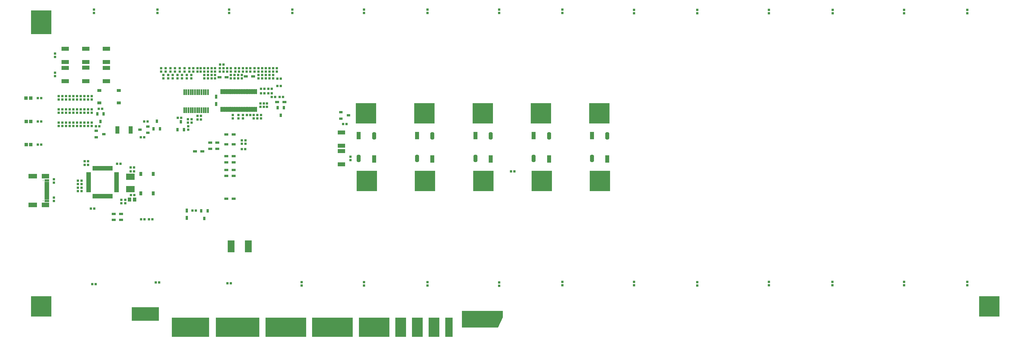
<source format=gbs>
G04*
G04 #@! TF.GenerationSoftware,Altium Limited,Altium Designer,18.1.7 (191)*
G04*
G04 Layer_Color=16711935*
%FSLAX44Y44*%
%MOMM*%
G71*
G01*
G75*
%ADD22R,12.2000X5.8000*%
%ADD25R,9.2000X5.8000*%
%ADD26R,3.2000X5.8000*%
%ADD28R,2.2000X5.8000*%
%ADD29R,8.1000X4.1000*%
%ADD31R,1.0032X1.0032*%
%ADD32R,1.3532X0.8032*%
%ADD33R,1.3532X0.5032*%
%ADD34R,0.9032X4.0032*%
%ADD35R,0.9032X2.8032*%
%ADD36R,0.9032X4.8032*%
%ADD37C,0.2032*%
%ADD38R,2.2032X1.4032*%
%ADD39R,2.5032X1.4032*%
%ADD40R,6.2032X6.2032*%
%ADD41R,6.2032X7.2032*%
%ADD213R,3.2000X5.8000*%
%ADD214R,13.1000X5.8000*%
%ADD215R,11.3000X5.8000*%
%ADD216R,0.8032X0.8032*%
%ADD217R,1.3032X0.9032*%
%ADD218R,0.8032X0.8032*%
%ADD219R,0.6532X1.2032*%
%ADD220R,2.6032X1.9032*%
%ADD221R,1.0032X0.7532*%
%ADD222R,1.4032X0.5032*%
%ADD223R,0.5032X1.4032*%
%ADD224R,0.5032X1.6532*%
%ADD225R,0.7532X1.0032*%
%ADD226R,0.9032X1.3032*%
%ADD227R,2.0032X3.6032*%
G04:AMPARAMS|DCode=228|XSize=2.2032mm|YSize=1.2032mm|CornerRadius=0mm|HoleSize=0mm|Usage=FLASHONLY|Rotation=270.000|XOffset=0mm|YOffset=0mm|HoleType=Round|Shape=Octagon|*
%AMOCTAGOND228*
4,1,8,-0.3008,-1.1016,0.3008,-1.1016,0.6016,-0.8008,0.6016,0.8008,0.3008,1.1016,-0.3008,1.1016,-0.6016,0.8008,-0.6016,-0.8008,-0.3008,-1.1016,0.0*
%
%ADD228OCTAGOND228*%

%ADD229R,1.2032X2.2032*%
%ADD230R,1.1332X1.1832*%
%ADD231R,1.2032X0.6532*%
%ADD232R,1.3032X2.2032*%
%ADD233R,2.2032X1.3032*%
%ADD234O,0.5532X1.5532*%
G36*
X1981000Y919000D02*
X1859000D01*
Y869000D01*
X1967000D01*
X1981000Y899000D01*
Y919000D01*
D02*
G37*
D22*
X1330000Y870000D02*
D03*
X1470000D02*
D03*
D25*
X1595000D02*
D03*
D26*
X1725000D02*
D03*
X1775000D02*
D03*
D28*
X1820000D02*
D03*
D29*
X908500Y909500D02*
D03*
D31*
X550826Y1558000D02*
D03*
X564826D02*
D03*
X551000Y1488000D02*
D03*
X565000D02*
D03*
X551000Y1418000D02*
D03*
X565000D02*
D03*
D32*
X612970Y1311000D02*
D03*
X613000Y1303500D02*
D03*
X612970Y1256500D02*
D03*
Y1249000D02*
D03*
D33*
Y1297500D02*
D03*
Y1292500D02*
D03*
Y1287500D02*
D03*
X613000Y1282500D02*
D03*
X612970Y1277500D02*
D03*
Y1272500D02*
D03*
Y1267500D02*
D03*
Y1262500D02*
D03*
D34*
X1215000Y878500D02*
D03*
X1245000D02*
D03*
X1235000D02*
D03*
X1225000D02*
D03*
X1355000Y878500D02*
D03*
X1345000D02*
D03*
X1495000D02*
D03*
X1515000D02*
D03*
X1485000D02*
D03*
X1505000D02*
D03*
X1615000D02*
D03*
X1625000D02*
D03*
X1675000Y878500D02*
D03*
X1665000D02*
D03*
X1735000D02*
D03*
X1715000D02*
D03*
X1725000D02*
D03*
X1765000D02*
D03*
X1775000D02*
D03*
X1785000D02*
D03*
X1685000D02*
D03*
X1605000Y878500D02*
D03*
X1585000D02*
D03*
X1565000D02*
D03*
X1525000D02*
D03*
X1465000D02*
D03*
X1445000D02*
D03*
X1425000D02*
D03*
X1365000D02*
D03*
X1385000D02*
D03*
X1325000Y878500D02*
D03*
X1195000D02*
D03*
X1175000D02*
D03*
X1155000D02*
D03*
X1075000Y878500D02*
D03*
X1095000D02*
D03*
X1135000Y878500D02*
D03*
X1055000Y878500D02*
D03*
X1015000D02*
D03*
X1035000D02*
D03*
X1635000Y878500D02*
D03*
X1595000Y878500D02*
D03*
X1575000D02*
D03*
X1555000D02*
D03*
X1475000D02*
D03*
X1455000D02*
D03*
X1435000D02*
D03*
X1415000D02*
D03*
X1375000D02*
D03*
X1335000D02*
D03*
X1315000Y878500D02*
D03*
X1305000D02*
D03*
X1295000D02*
D03*
X1285000D02*
D03*
X1275000D02*
D03*
X1205000D02*
D03*
X1185000D02*
D03*
X1165000D02*
D03*
X1145000D02*
D03*
X1125000D02*
D03*
X1085000Y878500D02*
D03*
X1065000D02*
D03*
X1045000D02*
D03*
X1025000D02*
D03*
D35*
X1825000Y884000D02*
D03*
X995000D02*
D03*
D36*
X1815000Y874000D02*
D03*
X1005000D02*
D03*
D37*
X602000Y1250000D02*
D03*
Y1310000D02*
D03*
Y1310000D02*
D03*
Y1250000D02*
D03*
D38*
X609170Y1236700D02*
D03*
Y1323200D02*
D03*
Y1323300D02*
D03*
Y1236800D02*
D03*
D39*
X570570Y1236700D02*
D03*
Y1323200D02*
D03*
Y1323300D02*
D03*
Y1236800D02*
D03*
D40*
X2270933Y1512000D02*
D03*
X2272933Y1309000D02*
D03*
X2095933Y1512000D02*
D03*
X2097933Y1309000D02*
D03*
X1920933Y1512000D02*
D03*
X1922933Y1309000D02*
D03*
X1745933Y1512000D02*
D03*
X1747933Y1309000D02*
D03*
X1570933Y1512000D02*
D03*
X1572933Y1309000D02*
D03*
X3441000Y932000D02*
D03*
X596000D02*
D03*
D41*
Y1786000D02*
D03*
D213*
X1675000Y870000D02*
D03*
D214*
X1185500D02*
D03*
D215*
X1044500D02*
D03*
D216*
X895920Y1194000D02*
D03*
X906080D02*
D03*
X919920D02*
D03*
X930080D02*
D03*
X779080Y1526000D02*
D03*
X768920D02*
D03*
X1049920Y1220000D02*
D03*
X1060080D02*
D03*
X1154920Y1002000D02*
D03*
X1165080D02*
D03*
X950080Y1004000D02*
D03*
X939920D02*
D03*
X749920Y999000D02*
D03*
X760080D02*
D03*
X2016080Y1338000D02*
D03*
X2005920D02*
D03*
X1064920Y1505000D02*
D03*
X1075080D02*
D03*
X1304853Y1594000D02*
D03*
X1315013D02*
D03*
X1277853Y1586000D02*
D03*
X1288013D02*
D03*
X1298080Y1561000D02*
D03*
X1287920D02*
D03*
X1322080D02*
D03*
X1311920D02*
D03*
X1288080Y1572000D02*
D03*
X1277920D02*
D03*
X1253853Y1532000D02*
D03*
X1264013D02*
D03*
X1253853Y1542000D02*
D03*
X1264013D02*
D03*
X595906Y1558000D02*
D03*
X585746D02*
D03*
X595906Y1488000D02*
D03*
X585746D02*
D03*
X595906Y1418000D02*
D03*
X585746D02*
D03*
X1208080Y1405000D02*
D03*
X1197920D02*
D03*
X1501920Y1480000D02*
D03*
X1512080D02*
D03*
X744853Y1226000D02*
D03*
X755013D02*
D03*
X737080Y1368000D02*
D03*
X726920D02*
D03*
X771080Y1473000D02*
D03*
X760920D02*
D03*
X1064920Y1494000D02*
D03*
X1075080D02*
D03*
X1304920Y1616000D02*
D03*
X1315080D02*
D03*
X1255853Y1586000D02*
D03*
X1266013D02*
D03*
Y1572000D02*
D03*
X1255853D02*
D03*
X1143080Y1659000D02*
D03*
X1132920D02*
D03*
X1213853Y1507000D02*
D03*
X1224013D02*
D03*
X915580Y1487500D02*
D03*
X905420D02*
D03*
X875013Y1350000D02*
D03*
X864853D02*
D03*
X895420Y1440000D02*
D03*
X905580D02*
D03*
X834080Y1361000D02*
D03*
X823920D02*
D03*
X726920Y1357000D02*
D03*
X737080D02*
D03*
X876013Y1267000D02*
D03*
X865853D02*
D03*
X875013Y1338000D02*
D03*
X864853D02*
D03*
X1005853Y1499000D02*
D03*
X1016013D02*
D03*
D217*
X770500Y1580500D02*
D03*
X829500D02*
D03*
Y1543500D02*
D03*
X770500D02*
D03*
D218*
X638000Y1623920D02*
D03*
Y1634080D02*
D03*
Y1681920D02*
D03*
Y1692080D02*
D03*
X2375000Y1812920D02*
D03*
Y1823080D02*
D03*
Y1006080D02*
D03*
Y995920D02*
D03*
X2565000Y1005080D02*
D03*
Y994920D02*
D03*
Y1812920D02*
D03*
Y1823080D02*
D03*
X2780000Y1812920D02*
D03*
Y1823080D02*
D03*
Y1006080D02*
D03*
Y995920D02*
D03*
X2971000Y1812920D02*
D03*
Y1823080D02*
D03*
X2970000Y1006080D02*
D03*
Y995920D02*
D03*
X3185000Y1812920D02*
D03*
Y1823080D02*
D03*
Y1006080D02*
D03*
Y995920D02*
D03*
X3375000Y1812920D02*
D03*
Y1823080D02*
D03*
Y995920D02*
D03*
Y1006080D02*
D03*
X2160000Y1813920D02*
D03*
Y1824080D02*
D03*
Y1006080D02*
D03*
Y995920D02*
D03*
X1970000Y1813920D02*
D03*
Y1824080D02*
D03*
Y1004080D02*
D03*
Y993920D02*
D03*
X1755000Y1813920D02*
D03*
Y1824080D02*
D03*
Y1005080D02*
D03*
Y994920D02*
D03*
X1565000Y1813920D02*
D03*
Y1824080D02*
D03*
Y1005080D02*
D03*
Y994920D02*
D03*
X1350000Y1813920D02*
D03*
Y1824080D02*
D03*
X1378000Y1005080D02*
D03*
Y994920D02*
D03*
X1160000Y1813920D02*
D03*
Y1824080D02*
D03*
X945000Y1813920D02*
D03*
Y1824080D02*
D03*
X755000Y1813920D02*
D03*
Y1824080D02*
D03*
X998000Y1648080D02*
D03*
Y1637920D02*
D03*
X991000Y1627080D02*
D03*
Y1616920D02*
D03*
X984000Y1648080D02*
D03*
Y1637920D02*
D03*
X977000Y1627080D02*
D03*
Y1616920D02*
D03*
X970000Y1648160D02*
D03*
Y1638000D02*
D03*
X963000Y1627080D02*
D03*
Y1616920D02*
D03*
X956000Y1648080D02*
D03*
Y1637920D02*
D03*
X1005000Y1627080D02*
D03*
Y1616920D02*
D03*
X1012000Y1648080D02*
D03*
Y1637920D02*
D03*
X1019000Y1627080D02*
D03*
Y1616920D02*
D03*
X1026000Y1648080D02*
D03*
Y1637920D02*
D03*
X1033000Y1627080D02*
D03*
Y1616920D02*
D03*
X1041000Y1648080D02*
D03*
Y1637920D02*
D03*
X1047000Y1627080D02*
D03*
Y1616920D02*
D03*
X1053000Y1648080D02*
D03*
Y1637920D02*
D03*
X648933Y1484080D02*
D03*
Y1473920D02*
D03*
X659933Y1484080D02*
D03*
Y1473920D02*
D03*
X670933Y1484080D02*
D03*
Y1473920D02*
D03*
X681933Y1484080D02*
D03*
Y1473920D02*
D03*
X692933Y1484080D02*
D03*
Y1473920D02*
D03*
X703933Y1484080D02*
D03*
Y1473920D02*
D03*
X714933Y1484080D02*
D03*
Y1473920D02*
D03*
X725933Y1484080D02*
D03*
Y1473920D02*
D03*
X736933Y1484080D02*
D03*
Y1473920D02*
D03*
X747933Y1484080D02*
D03*
Y1473920D02*
D03*
X648933Y1524080D02*
D03*
Y1513920D02*
D03*
X659933Y1524080D02*
D03*
Y1513920D02*
D03*
X670933Y1524080D02*
D03*
Y1513920D02*
D03*
X681933Y1524080D02*
D03*
Y1513920D02*
D03*
X692933Y1524080D02*
D03*
Y1513920D02*
D03*
X703933Y1524080D02*
D03*
Y1513920D02*
D03*
X714933Y1524080D02*
D03*
Y1513920D02*
D03*
X725933Y1524080D02*
D03*
Y1513920D02*
D03*
X736933Y1524080D02*
D03*
Y1513920D02*
D03*
X747933Y1524080D02*
D03*
Y1513920D02*
D03*
X648933Y1564080D02*
D03*
Y1553920D02*
D03*
X659933Y1564080D02*
D03*
Y1553920D02*
D03*
X670933Y1564080D02*
D03*
Y1553920D02*
D03*
X681940Y1564077D02*
D03*
Y1553918D02*
D03*
X692933Y1564080D02*
D03*
Y1553920D02*
D03*
X703933Y1564080D02*
D03*
Y1553920D02*
D03*
X714933Y1564080D02*
D03*
Y1553920D02*
D03*
X725933Y1564080D02*
D03*
Y1553920D02*
D03*
X736933Y1564080D02*
D03*
Y1553920D02*
D03*
X747933Y1564080D02*
D03*
Y1553920D02*
D03*
X1085933Y1627080D02*
D03*
Y1616920D02*
D03*
X1096933Y1627080D02*
D03*
Y1616920D02*
D03*
X1107933Y1627080D02*
D03*
Y1616920D02*
D03*
X1117933Y1627080D02*
D03*
Y1616920D02*
D03*
X1131933Y1648080D02*
D03*
Y1637920D02*
D03*
X1142933Y1648080D02*
D03*
Y1637920D02*
D03*
X1164933Y1627080D02*
D03*
Y1616920D02*
D03*
X1175933Y1627080D02*
D03*
Y1616920D02*
D03*
X1186933Y1627080D02*
D03*
Y1616920D02*
D03*
X1197933Y1627080D02*
D03*
Y1616920D02*
D03*
X1223933Y1648080D02*
D03*
Y1637920D02*
D03*
X1235933Y1648080D02*
D03*
Y1637920D02*
D03*
X1247933Y1627080D02*
D03*
Y1616920D02*
D03*
X1258933Y1627080D02*
D03*
Y1616920D02*
D03*
X1269933Y1627080D02*
D03*
Y1616920D02*
D03*
X1280933Y1627080D02*
D03*
Y1616920D02*
D03*
X1291933Y1627080D02*
D03*
Y1616920D02*
D03*
X1209000Y1431080D02*
D03*
Y1420920D02*
D03*
X1198000D02*
D03*
Y1431080D02*
D03*
X634000Y1303920D02*
D03*
Y1314080D02*
D03*
Y1259080D02*
D03*
Y1248920D02*
D03*
X706000Y1278920D02*
D03*
Y1289080D02*
D03*
X717000Y1278920D02*
D03*
Y1289080D02*
D03*
X836933Y1241920D02*
D03*
Y1252080D02*
D03*
X706000Y1310080D02*
D03*
Y1299920D02*
D03*
X717000Y1310080D02*
D03*
Y1299920D02*
D03*
X1036933Y1494080D02*
D03*
Y1483920D02*
D03*
X1256000Y1507080D02*
D03*
Y1496920D02*
D03*
X1524000Y1371920D02*
D03*
Y1382080D02*
D03*
X1244933Y1496920D02*
D03*
Y1507080D02*
D03*
X1233933Y1497000D02*
D03*
Y1507160D02*
D03*
X1273933Y1542080D02*
D03*
Y1531920D02*
D03*
X1064933Y1648080D02*
D03*
Y1637920D02*
D03*
X1074933Y1638000D02*
D03*
Y1648160D02*
D03*
X1085933Y1637920D02*
D03*
Y1648080D02*
D03*
X1096933Y1637920D02*
D03*
Y1648080D02*
D03*
X1107933Y1637920D02*
D03*
Y1648080D02*
D03*
X1117933Y1637920D02*
D03*
Y1648080D02*
D03*
X1153933Y1637920D02*
D03*
Y1648080D02*
D03*
X1164933Y1637920D02*
D03*
Y1648080D02*
D03*
X1178933Y1648080D02*
D03*
Y1637920D02*
D03*
X1189933Y1648080D02*
D03*
Y1637920D02*
D03*
X1201933Y1648080D02*
D03*
Y1637920D02*
D03*
X1212933Y1648080D02*
D03*
Y1637920D02*
D03*
X1247933D02*
D03*
Y1648080D02*
D03*
X1258933Y1637920D02*
D03*
Y1648080D02*
D03*
X1269933Y1637920D02*
D03*
Y1648080D02*
D03*
X1280933Y1637920D02*
D03*
Y1648080D02*
D03*
X1291933Y1637840D02*
D03*
Y1648000D02*
D03*
X1303000Y1648080D02*
D03*
Y1637920D02*
D03*
X1201933Y1507080D02*
D03*
Y1496920D02*
D03*
X1170933D02*
D03*
Y1507080D02*
D03*
X1187933Y1496920D02*
D03*
Y1507080D02*
D03*
X848933Y1241920D02*
D03*
Y1252080D02*
D03*
X1047933Y1494080D02*
D03*
Y1483920D02*
D03*
X1037000Y1462920D02*
D03*
Y1473080D02*
D03*
D219*
X1033000Y1198000D02*
D03*
Y1220000D02*
D03*
X1120933Y1540000D02*
D03*
Y1562000D02*
D03*
D220*
X863933Y1284500D02*
D03*
Y1321500D02*
D03*
D221*
X892933Y1463000D02*
D03*
X915933Y1453500D02*
D03*
Y1472500D02*
D03*
X1518500Y1506000D02*
D03*
X1495500Y1515500D02*
D03*
Y1496500D02*
D03*
X784433Y1450000D02*
D03*
X761433Y1459500D02*
D03*
Y1440500D02*
D03*
D222*
X822183Y1332750D02*
D03*
X822183Y1327750D02*
D03*
X822183Y1322750D02*
D03*
X822183Y1317750D02*
D03*
Y1312750D02*
D03*
Y1307750D02*
D03*
Y1302750D02*
D03*
Y1297750D02*
D03*
X822183Y1292750D02*
D03*
X822183Y1287750D02*
D03*
Y1282750D02*
D03*
Y1277750D02*
D03*
X738683Y1332750D02*
D03*
Y1327750D02*
D03*
Y1322750D02*
D03*
Y1317750D02*
D03*
Y1312750D02*
D03*
Y1307750D02*
D03*
Y1302750D02*
D03*
Y1297750D02*
D03*
Y1292750D02*
D03*
Y1287750D02*
D03*
Y1282750D02*
D03*
Y1277750D02*
D03*
D223*
X807933Y1263500D02*
D03*
X802933D02*
D03*
X797933D02*
D03*
X792933D02*
D03*
X787933D02*
D03*
X782933D02*
D03*
X777933D02*
D03*
X772933D02*
D03*
X767933D02*
D03*
X762933D02*
D03*
X757933D02*
D03*
X752933D02*
D03*
X807933Y1347000D02*
D03*
X802933D02*
D03*
X797933D02*
D03*
X792933D02*
D03*
X787933D02*
D03*
X782933D02*
D03*
X777933D02*
D03*
X772933D02*
D03*
X767933D02*
D03*
X762933D02*
D03*
X757933D02*
D03*
X752933D02*
D03*
D224*
X1051183Y1521500D02*
D03*
X1057683D02*
D03*
X1064183D02*
D03*
X1070683D02*
D03*
X1077183D02*
D03*
X1083683D02*
D03*
X1096683D02*
D03*
X1090183D02*
D03*
X1090133Y1576000D02*
D03*
X1096633D02*
D03*
X1083633D02*
D03*
X1077133D02*
D03*
X1070633D02*
D03*
X1064133D02*
D03*
X1057633D02*
D03*
X1051133D02*
D03*
X1044633D02*
D03*
X1038133D02*
D03*
X1031633D02*
D03*
X1025133D02*
D03*
X1025183Y1521500D02*
D03*
X1031683D02*
D03*
X1038183D02*
D03*
X1044683D02*
D03*
D225*
X943000Y1488500D02*
D03*
X933500Y1465500D02*
D03*
X952500D02*
D03*
X1086000Y1196500D02*
D03*
X1095500Y1219500D02*
D03*
X1076500D02*
D03*
X1315000Y1506500D02*
D03*
X1324500Y1529500D02*
D03*
X1305500D02*
D03*
X1015000Y1486500D02*
D03*
X1005500Y1463500D02*
D03*
X1024500D02*
D03*
X774000Y1487500D02*
D03*
X783500Y1510500D02*
D03*
X764500D02*
D03*
D226*
X895500Y1271500D02*
D03*
Y1330500D02*
D03*
X932500D02*
D03*
Y1271500D02*
D03*
D227*
X1166000Y1113000D02*
D03*
X1218000D02*
D03*
D228*
X2294933Y1444500D02*
D03*
X2248933Y1376500D02*
D03*
X2119933Y1444500D02*
D03*
X2073933Y1376500D02*
D03*
X1944933Y1444500D02*
D03*
X1898933Y1376500D02*
D03*
X1769933Y1444500D02*
D03*
X1723933Y1376500D02*
D03*
X1594933Y1444500D02*
D03*
X1548933Y1376500D02*
D03*
D229*
X2248933Y1445500D02*
D03*
X2294933Y1375500D02*
D03*
X2073933Y1445500D02*
D03*
X2119933Y1375500D02*
D03*
X1898933Y1445500D02*
D03*
X1944933Y1375500D02*
D03*
X1723933Y1445500D02*
D03*
X1769933Y1375500D02*
D03*
X1548933Y1445500D02*
D03*
X1594933Y1375500D02*
D03*
D230*
X861233Y1253000D02*
D03*
X876633D02*
D03*
D231*
X1304000Y1546000D02*
D03*
X1326000D02*
D03*
X1130933Y1621000D02*
D03*
X1152933D02*
D03*
X1209933Y1623000D02*
D03*
X1231933D02*
D03*
X1080000Y1398000D02*
D03*
X1058000D02*
D03*
X1152000Y1256000D02*
D03*
X1174000D02*
D03*
X1103000Y1424000D02*
D03*
X1125000D02*
D03*
X1103000Y1406000D02*
D03*
X1125000D02*
D03*
X1152000Y1449000D02*
D03*
X1174000D02*
D03*
X1152000Y1419000D02*
D03*
X1174000D02*
D03*
X1152000Y1365000D02*
D03*
X1174000D02*
D03*
X1152000Y1384000D02*
D03*
X1174000D02*
D03*
X836000Y1210000D02*
D03*
X814000D02*
D03*
X814000Y1192000D02*
D03*
X836000D02*
D03*
X1174000Y1342000D02*
D03*
X1152000D02*
D03*
X1174000Y1324000D02*
D03*
X1152000D02*
D03*
D232*
X824933Y1462000D02*
D03*
X864933D02*
D03*
D233*
X668000Y1648933D02*
D03*
Y1608933D02*
D03*
X668000Y1706000D02*
D03*
Y1666000D02*
D03*
X730000Y1666067D02*
D03*
Y1706067D02*
D03*
Y1609067D02*
D03*
Y1649067D02*
D03*
X792000Y1649000D02*
D03*
Y1609000D02*
D03*
Y1706000D02*
D03*
Y1666000D02*
D03*
X1497000Y1399000D02*
D03*
Y1359000D02*
D03*
Y1455000D02*
D03*
Y1415000D02*
D03*
D234*
X1241433Y1524250D02*
D03*
X1236433D02*
D03*
X1231433D02*
D03*
X1226433D02*
D03*
X1221433D02*
D03*
X1216433D02*
D03*
X1211433D02*
D03*
X1206433D02*
D03*
X1201433D02*
D03*
X1196433D02*
D03*
X1191433D02*
D03*
X1186433D02*
D03*
X1181433D02*
D03*
X1176433D02*
D03*
X1171433D02*
D03*
X1166433D02*
D03*
X1161433D02*
D03*
X1156433D02*
D03*
X1151433D02*
D03*
X1146433D02*
D03*
X1141433D02*
D03*
X1136433D02*
D03*
X1241433Y1577750D02*
D03*
X1236433D02*
D03*
X1231433D02*
D03*
X1226433D02*
D03*
X1221433D02*
D03*
X1216433D02*
D03*
X1211433D02*
D03*
X1206433D02*
D03*
X1201433D02*
D03*
X1196433D02*
D03*
X1191433D02*
D03*
X1186433D02*
D03*
X1181433D02*
D03*
X1176433D02*
D03*
X1171433D02*
D03*
X1166433D02*
D03*
X1161433D02*
D03*
X1156433D02*
D03*
X1151433D02*
D03*
X1146433D02*
D03*
X1141433D02*
D03*
X1136433D02*
D03*
M02*

</source>
